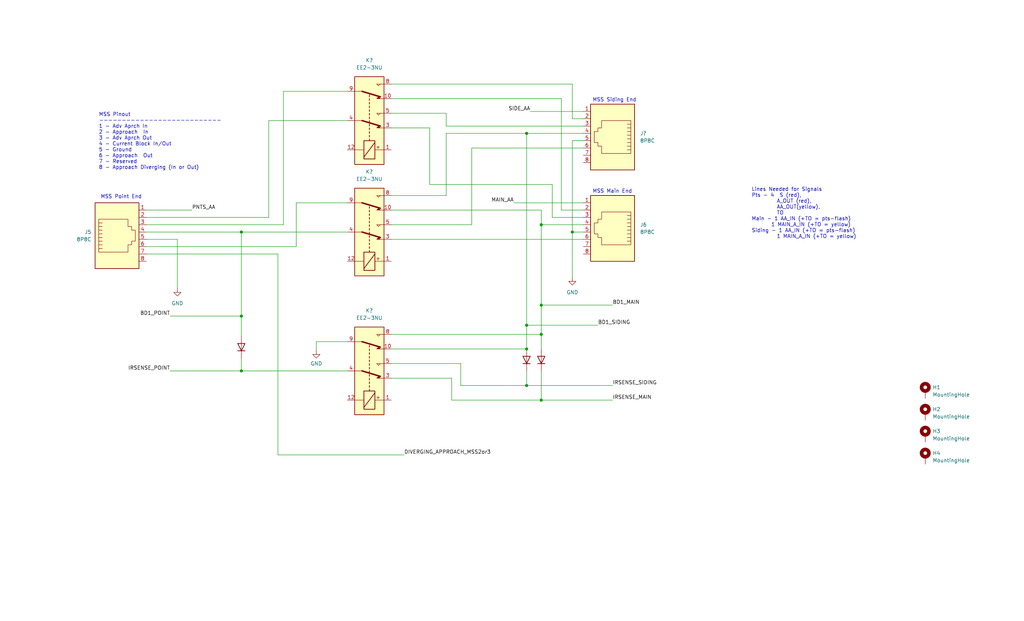
<source format=kicad_sch>
(kicad_sch (version 20211123) (generator eeschema)
  (paper "USLegal")
  (title_block (title "MSS Cascade Basic v1.0") (company "Iowa Scaled Engineering"))
  (lib_symbols
    (symbol "Connector:8P8C" (pin_names (offset 1.016))
      (property "Reference" "J" (at -5.08 13.97 0))
      (property "Value" "8P8C" (at 2.54 13.97 0))
      (symbol "8P8C_0_1"
        (polyline (pts (xy -5.08 4.445) (xy -6.35 4.445)))
        (polyline (pts (xy -5.08 5.715) (xy -6.35 5.715)))
        (polyline (pts (xy -6.35 -3.175) (xy -5.08 -3.175) (xy -5.08 -3.175)))
        (polyline (pts (xy -6.35 -1.905) (xy -5.08 -1.905) (xy -5.08 -1.905)))
        (polyline (pts (xy -6.35 -0.635) (xy -5.08 -0.635) (xy -5.08 -0.635)))
        (polyline (pts (xy -6.35 0.635) (xy -5.08 0.635) (xy -5.08 0.635)))
        (polyline (pts (xy -6.35 1.905) (xy -5.08 1.905) (xy -5.08 1.905)))
        (polyline (pts (xy -5.08 3.175) (xy -6.35 3.175) (xy -6.35 3.175)))
        (polyline (pts (xy -6.35 -4.445) (xy -6.35 6.985) (xy 3.81 6.985) (xy 3.81 4.445) (xy 5.08 4.445) (xy 5.08 3.175) (xy 6.35 3.175) (xy 6.35 -0.635) (xy 5.08 -0.635) (xy 5.08 -1.905) (xy 3.81 -1.905) (xy 3.81 -4.445) (xy -6.35 -4.445) (xy -6.35 -4.445)))
        (rectangle (start 7.62 12.7) (end -7.62 -10.16) (stroke (width 0.254)) (fill (type background)))
      )
      (symbol "8P8C_1_1"
        (pin passive line (at 10.16 -7.62 180) (length 2.54) (name "~") (number "1"))
        (pin passive line (at 10.16 -5.08 180) (length 2.54) (name "~") (number "2"))
        (pin passive line (at 10.16 -2.54 180) (length 2.54) (name "~") (number "3"))
        (pin passive line (at 10.16 0 180) (length 2.54) (name "~") (number "4"))
        (pin passive line (at 10.16 2.54 180) (length 2.54) (name "~") (number "5"))
        (pin passive line (at 10.16 5.08 180) (length 2.54) (name "~") (number "6"))
        (pin passive line (at 10.16 7.62 180) (length 2.54) (name "~") (number "7"))
        (pin passive line (at 10.16 10.16 180) (length 2.54) (name "~") (number "8"))
      )
    )
    (symbol "Diode:1N4001" (pin_numbers hide) (pin_names hide)
      (property "Reference" "D" (at 0 2.54 0))
      (property "Value" "1N4001" (at 0 -2.54 0))
      (symbol "1N4001_0_1"
        (polyline (pts (xy -1.27 1.27) (xy -1.27 -1.27)) (stroke (width 0.254)))
        (polyline (pts (xy 1.27 0) (xy -1.27 0)))
        (polyline (pts (xy 1.27 1.27) (xy 1.27 -1.27) (xy -1.27 0) (xy 1.27 1.27)) (stroke (width 0.254)))
      )
      (symbol "1N4001_1_1"
        (pin passive line (at -3.81 0 0) (length 2.54) (name "K") (number "1"))
        (pin passive line (at 3.81 0 180) (length 2.54) (name "A") (number "2"))
      )
    )
    (symbol "Mechanical:MountingHole_Pad" (pin_numbers hide) (pin_names (offset 1.016) hide)
      (property "Reference" "H" (at 0 6.35 0))
      (property "Value" "MountingHole_Pad" (at 0 4.445 0))
      (symbol "MountingHole_Pad_0_1"
        (circle (center 0 1.27) (radius 1.27) (stroke (width 1.27)))
      )
      (symbol "MountingHole_Pad_1_1"
        (pin input line (at 0 -2.54 90) (length 2.54) (name "1") (number "1"))
      )
    )
    (symbol "Relay:EE2-3NU"
      (property "Reference" "K" (at 15.24 8.89 0))
      (property "Value" "EE2-3NU" (at 19.05 6.35 0))
      (symbol "EE2-3NU_1_1"
        (rectangle (start -15.24 5.08) (end 15.24 -5.08) (stroke (width 0.254)) (fill (type background)))
        (rectangle (start -13.335 1.905) (end -6.985 -1.905) (stroke (width 0.254)))
        (polyline (pts (xy -12.7 -1.905) (xy -7.62 1.905)) (stroke (width 0.254)))
        (polyline (pts (xy -10.16 -5.08) (xy -10.16 -1.905)))
        (polyline (pts (xy -10.16 5.08) (xy -10.16 1.905)))
        (polyline (pts (xy -6.985 0) (xy -6.35 0)) (stroke (width 0.254)))
        (polyline (pts (xy -5.715 0) (xy -5.08 0)) (stroke (width 0.254)))
        (polyline (pts (xy -4.445 0) (xy -3.81 0)) (stroke (width 0.254)))
        (polyline (pts (xy -3.175 0) (xy -2.54 0)) (stroke (width 0.254)))
        (polyline (pts (xy -1.905 0) (xy -1.27 0)) (stroke (width 0.254)))
        (polyline (pts (xy -0.635 0) (xy 0 0)) (stroke (width 0.254)))
        (polyline (pts (xy 0 -2.54) (xy -1.905 3.81)) (stroke (width 0.508)))
        (polyline (pts (xy 0 -2.54) (xy 0 -5.08)))
        (polyline (pts (xy 0.635 0) (xy 1.27 0)) (stroke (width 0.254)))
        (polyline (pts (xy 1.905 0) (xy 2.54 0)) (stroke (width 0.254)))
        (polyline (pts (xy 3.175 0) (xy 3.81 0)) (stroke (width 0.254)))
        (polyline (pts (xy 4.445 0) (xy 5.08 0)) (stroke (width 0.254)))
        (polyline (pts (xy 5.715 0) (xy 6.35 0)) (stroke (width 0.254)))
        (polyline (pts (xy 6.985 0) (xy 7.62 0)) (stroke (width 0.254)))
        (polyline (pts (xy 8.255 0) (xy 8.89 0)) (stroke (width 0.254)))
        (polyline (pts (xy 10.16 -2.54) (xy 8.255 3.81)) (stroke (width 0.508)))
        (polyline (pts (xy 10.16 -2.54) (xy 10.16 -5.08)))
        (polyline (pts (xy -2.54 5.08) (xy -2.54 2.54) (xy -1.905 3.175) (xy -2.54 3.81)) (fill (type outline)))
        (polyline (pts (xy 2.54 5.08) (xy 2.54 2.54) (xy 1.905 3.175) (xy 2.54 3.81)))
        (polyline (pts (xy 7.62 5.08) (xy 7.62 2.54) (xy 8.255 3.175) (xy 7.62 3.81)) (fill (type outline)))
        (polyline (pts (xy 12.7 5.08) (xy 12.7 2.54) (xy 12.065 3.175) (xy 12.7 3.81)))
        (text "+" (at -9.271 2.921 0) (effects (font (size 1.27 1.27))))
        (pin passive line (at -10.16 7.62 270) (length 2.54) (name "~") (number "1"))
        (pin passive line (at 7.62 7.62 270) (length 2.54) (name "~") (number "10"))
        (pin passive line (at -10.16 -7.62 90) (length 2.54) (name "~") (number "12"))
        (pin passive line (at -2.54 7.62 270) (length 2.54) (name "~") (number "3"))
        (pin passive line (at 0 -7.62 90) (length 2.54) (name "~") (number "4"))
        (pin passive line (at 2.54 7.62 270) (length 2.54) (name "~") (number "5"))
        (pin passive line (at 12.7 7.62 270) (length 2.54) (name "~") (number "8"))
        (pin passive line (at 10.16 -7.62 90) (length 2.54) (name "~") (number "9"))
      )
    )
    (symbol "power:GND" (power) (pin_names (offset 0))
      (property "Value" "GND" (at 0 -3.81 0))
      (symbol "GND_0_1"
        (polyline (pts (xy 0 0) (xy 0 -1.27) (xy 1.27 -1.27) (xy 0 -2.54) (xy -1.27 -1.27) (xy 0 -1.27)))
      )
      (symbol "GND_1_1"
        (pin power_in line (at 0 0 270) (length 0) hide (name "GND") (number "1"))
      )
    )
  )
  (junction (at 182.88 133.985))
  (junction (at 198.755 80.645))
  (junction (at 187.96 106.045))
  (junction (at 83.82 128.905))
  (junction (at 83.82 109.855))
  (junction (at 187.96 116.205))
  (junction (at 182.88 46.355))
  (junction (at 187.96 78.105))
  (junction (at 187.96 139.065))
  (junction (at 83.82 80.645))
  (junction (at 182.88 113.03))
  (junction (at 182.88 121.285))
  (wire (pts (xy 135.89 73.025) (xy 187.96 73.025)))
  (wire (pts (xy 50.8 75.565) (xy 93.345 75.565)))
  (wire (pts (xy 61.595 83.185) (xy 61.595 100.33)))
  (wire (pts (xy 135.89 131.445) (xy 156.845 131.445)))
  (wire (pts (xy 50.8 85.725) (xy 102.87 85.725)))
  (wire (pts (xy 135.89 83.185) (xy 202.565 83.185)))
  (wire (pts (xy 187.96 116.205) (xy 187.96 121.285)))
  (wire (pts (xy 109.855 121.92) (xy 109.855 118.745)))
  (wire (pts (xy 198.755 80.645) (xy 198.755 96.52)))
  (wire (pts (xy 156.845 131.445) (xy 156.845 139.065)))
  (wire (pts (xy 149.225 44.45) (xy 149.225 64.135)))
  (wire (pts (xy 135.89 39.37) (xy 154.94 39.37)))
  (wire (pts (xy 135.89 34.29) (xy 194.945 34.29)))
  (wire (pts (xy 202.565 46.355) (xy 182.88 46.355)))
  (wire (pts (xy 102.87 85.725) (xy 102.87 70.485)))
  (wire (pts (xy 59.055 109.855) (xy 83.82 109.855)))
  (wire (pts (xy 187.96 78.105) (xy 202.565 78.105)))
  (wire (pts (xy 187.96 106.045) (xy 187.96 116.205)))
  (wire (pts (xy 182.88 113.03) (xy 182.88 121.285)))
  (wire (pts (xy 96.52 88.265) (xy 96.52 158.115)))
  (wire (pts (xy 187.96 73.025) (xy 187.96 78.105)))
  (wire (pts (xy 187.96 116.205) (xy 135.89 116.205)))
  (wire (pts (xy 83.82 128.905) (xy 59.055 128.905)))
  (wire (pts (xy 93.345 75.565) (xy 93.345 41.91)))
  (wire (pts (xy 184.15 38.735) (xy 202.565 38.735)))
  (wire (pts (xy 182.88 133.985) (xy 212.725 133.985)))
  (wire (pts (xy 160.02 133.985) (xy 160.02 126.365)))
  (wire (pts (xy 182.88 133.985) (xy 160.02 133.985)))
  (wire (pts (xy 187.96 78.105) (xy 187.96 106.045)))
  (wire (pts (xy 191.77 75.565) (xy 202.565 75.565)))
  (wire (pts (xy 160.02 126.365) (xy 135.89 126.365)))
  (wire (pts (xy 178.435 70.485) (xy 202.565 70.485)))
  (wire (pts (xy 194.945 34.29) (xy 194.945 73.025)))
  (wire (pts (xy 135.89 44.45) (xy 149.225 44.45)))
  (wire (pts (xy 96.52 158.115) (xy 140.335 158.115)))
  (wire (pts (xy 202.565 73.025) (xy 194.945 73.025)))
  (wire (pts (xy 93.345 41.91) (xy 120.65 41.91)))
  (wire (pts (xy 187.96 139.065) (xy 212.725 139.065)))
  (wire (pts (xy 198.755 29.21) (xy 198.755 41.275)))
  (wire (pts (xy 98.425 31.75) (xy 120.65 31.75)))
  (wire (pts (xy 98.425 78.105) (xy 98.425 31.75)))
  (wire (pts (xy 154.94 46.355) (xy 154.94 67.945)))
  (wire (pts (xy 135.89 29.21) (xy 198.755 29.21)))
  (wire (pts (xy 198.755 48.895) (xy 198.755 80.645)))
  (wire (pts (xy 83.82 128.905) (xy 120.65 128.905)))
  (wire (pts (xy 83.82 80.645) (xy 83.82 109.855)))
  (wire (pts (xy 149.225 64.135) (xy 191.77 64.135)))
  (wire (pts (xy 102.87 70.485) (xy 120.65 70.485)))
  (wire (pts (xy 163.83 78.105) (xy 135.89 78.105)))
  (wire (pts (xy 154.94 43.815) (xy 202.565 43.815)))
  (wire (pts (xy 83.82 124.46) (xy 83.82 128.905)))
  (wire (pts (xy 50.8 88.265) (xy 96.52 88.265)))
  (wire (pts (xy 50.8 73.025) (xy 66.675 73.025)))
  (wire (pts (xy 156.845 139.065) (xy 187.96 139.065)))
  (wire (pts (xy 154.94 39.37) (xy 154.94 43.815)))
  (wire (pts (xy 202.565 48.895) (xy 198.755 48.895)))
  (wire (pts (xy 163.83 51.435) (xy 163.83 78.105)))
  (wire (pts (xy 191.77 64.135) (xy 191.77 75.565)))
  (wire (pts (xy 182.88 46.355) (xy 154.94 46.355)))
  (wire (pts (xy 50.8 83.185) (xy 61.595 83.185)))
  (wire (pts (xy 154.94 67.945) (xy 135.89 67.945)))
  (wire (pts (xy 83.82 109.855) (xy 83.82 116.84)))
  (wire (pts (xy 109.855 118.745) (xy 120.65 118.745)))
  (wire (pts (xy 202.565 51.435) (xy 163.83 51.435)))
  (wire (pts (xy 182.88 121.285) (xy 135.89 121.285)))
  (wire (pts (xy 212.725 106.045) (xy 187.96 106.045)))
  (wire (pts (xy 187.96 128.905) (xy 187.96 139.065)))
  (wire (pts (xy 202.565 41.275) (xy 198.755 41.275)))
  (wire (pts (xy 83.82 80.645) (xy 120.65 80.645)))
  (wire (pts (xy 182.88 46.355) (xy 182.88 113.03)))
  (wire (pts (xy 198.755 80.645) (xy 202.565 80.645)))
  (wire (pts (xy 207.645 113.03) (xy 182.88 113.03)))
  (wire (pts (xy 182.88 128.905) (xy 182.88 133.985)))
  (wire (pts (xy 50.8 80.645) (xy 83.82 80.645)))
  (wire (pts (xy 50.8 78.105) (xy 98.425 78.105)))
  (text "MSS Main End" (at 205.74 67.31 0) (effects (font (size 1.27 1.27)) (justify left bottom)))
  (text "Lines Needed for Signals\nPts - 4  S (red), \n         A_OUT (red), \n         AA_OUT(yellow), \n         TO\nMain - 1 AA_IN (+TO = pts-flash)\n       1 MAIN_A_IN (+TO = yellow)\nSiding - 1 AA_IN (+TO = pts-flash)\n         1 MAIN_A_IN (+TO = yellow)\n\n" (at 260.985 85.09 0) (effects (font (size 1.27 1.27)) (justify left bottom)))
  (text "MSS Point End" (at 34.925 69.215 0) (effects (font (size 1.27 1.27)) (justify left bottom)))
  (text "MSS Siding End" (at 205.74 35.56 0) (effects (font (size 1.27 1.27)) (justify left bottom)))
  (text "MSS Pinout\n---------------------------\n1 - Adv Aprch In\n2 - Approach  In\n3 - Adv Aprch Out\n4 - Current Block In/Out\n5 - Ground\n6 - Approach  Out\n7 - Reserved\n8 - Approach Diverging (In or Out)\n" (at 34.29 59.055 0) (effects (font (size 1.27 1.27)) (justify left bottom)))
  (label "IRSENSE_MAIN" (at 212.725 139.065 0))
  (label "BD1_POINT" (at 59.055 109.855 180))
  (label "BD1_SIDING" (at 207.645 113.03 0))
  (label "PNTS_AA" (at 66.675 73.025 0))
  (label "DIVERGING_APPROACH_MSS2or3" (at 140.335 158.115 0))
  (label "MAIN_AA" (at 178.435 70.485 180))
  (label "IRSENSE_SIDING" (at 212.725 133.985 0))
  (label "IRSENSE_POINT" (at 59.055 128.905 180))
  (label "SIDE_AA" (at 184.15 38.735 180))
  (label "BD1_MAIN" (at 212.725 106.045 0))
  (symbol (lib_id "Relay:EE2-3NU") (at 128.27 41.91 270) (mirror x) (unit 1)
    (property "Reference" "K?" (at 128.27 20.955 90))
    (property "Value" "EE2-3NU" (at 128.27 23.495 90))
    (property "Footprint" "Relay_SMD:Relay_DPDT_Kemet_EE2_NU" (effects hide))
    (property "Datasheet" "https://content.kemet.com/datasheets/KEM_R7002_EC2_EE2.pdf" (effects hide))
  )
  (symbol (lib_id "Diode:1N4001") (at 83.82 120.65 90) (unit 1)
    (property "Reference" "D?" (effects hide))
    (property "Value" "1N4001" (effects hide))
    (property "Footprint" "Diode_THT:D_DO-41_SOD81_P10.16mm_Horizontal" (effects hide))
    (property "Datasheet" "http://www.vishay.com/docs/88503/1n4001.pdf" (effects hide))
  )
  (symbol (lib_id "power:GND") (at 198.755 96.52 0) (unit 1)
    (property "Reference" "#PWR?" (effects hide))
    (property "Value" "GND" (at 198.755 101.6 0))
  )
  (symbol (lib_id "Relay:EE2-3NU") (at 128.27 128.905 270) (mirror x) (unit 1)
    (property "Reference" "K?" (at 128.27 107.95 90))
    (property "Value" "EE2-3NU" (at 128.27 110.49 90))
    (property "Footprint" "Relay_SMD:Relay_DPDT_Kemet_EE2_NU" (effects hide))
    (property "Datasheet" "https://content.kemet.com/datasheets/KEM_R7002_EC2_EE2.pdf" (effects hide))
  )
  (symbol (lib_id "Connector:8P8C") (at 212.725 46.355 180) (unit 1)
    (property "Reference" "J?" (at 222.25 46.3549 0) (effects (justify right)))
    (property "Value" "8P8C" (at 222.25 48.8949 0) (effects (justify right)))
    (property "Footprint" "RJ45_Amphenol_54602-x08_Horizontal" (effects hide))
  )
  (symbol (lib_id "power:GND") (at 109.855 121.92 0) (unit 1)
    (property "Reference" "#PWR?" (effects hide))
    (property "Value" "GND" (at 109.855 126.365 0))
  )
  (symbol (lib_id "Connector:8P8C") (at 212.725 78.105 180) (unit 1)
    (property "Reference" "J6" (at 222.25 78.1049 0) (effects (justify right)))
    (property "Value" "8P8C" (at 222.25 80.6449 0) (effects (justify right)))
    (property "Footprint" "RJ45_Amphenol_54602-x08_Horizontal" (effects hide))
  )
  (symbol (lib_id "Diode:1N4001") (at 182.88 125.095 90) (unit 1)
    (property "Reference" "D?" (effects hide))
    (property "Value" "1N4001" (effects hide))
    (property "Footprint" "Diode_THT:D_DO-41_SOD81_P10.16mm_Horizontal" (effects hide))
    (property "Datasheet" "http://www.vishay.com/docs/88503/1n4001.pdf" (effects hide))
  )
  (symbol (lib_id "power:GND") (at 61.595 100.33 0) (unit 1)
    (property "Reference" "#PWR?" (effects hide))
    (property "Value" "GND" (at 61.595 105.41 0))
  )
  (symbol (lib_id "Mechanical:MountingHole_Pad") (at 321.31 143.51 0) (unit 1)
    (property "Reference" "H2" (at 323.85 142.2399 0) (effects (justify left)))
    (property "Value" "MountingHole" (at 323.85 144.7799 0) (effects (justify left)))
    (property "Footprint" "MountingHole:MountingHole_3.2mm_M3_Pad" (effects hide))
  )
  (symbol (lib_id "Diode:1N4001") (at 187.96 125.095 90) (unit 1)
    (property "Reference" "D?" (effects hide))
    (property "Value" "1N4001" (effects hide))
    (property "Footprint" "Diode_THT:D_DO-41_SOD81_P10.16mm_Horizontal" (effects hide))
    (property "Datasheet" "http://www.vishay.com/docs/88503/1n4001.pdf" (effects hide))
  )
  (symbol (lib_id "Mechanical:MountingHole_Pad") (at 321.31 151.13 0) (unit 1)
    (property "Reference" "H3" (at 323.85 149.8599 0) (effects (justify left)))
    (property "Value" "MountingHole" (at 323.85 152.3999 0) (effects (justify left)))
    (property "Footprint" "MountingHole:MountingHole_3.2mm_M3_Pad" (effects hide))
  )
  (symbol (lib_id "Connector:8P8C") (at 40.64 80.645 0) (mirror x) (unit 1)
    (property "Reference" "J5" (at 31.75 80.6449 0) (effects (justify right)))
    (property "Value" "8P8C" (at 31.75 83.1849 0) (effects (justify right)))
    (property "Footprint" "RJ45_Amphenol_54602-x08_Horizontal" (effects hide))
  )
  (symbol (lib_id "Mechanical:MountingHole_Pad") (at 321.31 158.75 0) (unit 1)
    (property "Reference" "H4" (at 323.85 157.4799 0) (effects (justify left)))
    (property "Value" "MountingHole" (at 323.85 160.0199 0) (effects (justify left)))
    (property "Footprint" "MountingHole:MountingHole_3.2mm_M3_Pad" (effects hide))
  )
  (symbol (lib_id "Relay:EE2-3NU") (at 128.27 80.645 270) (mirror x) (unit 1)
    (property "Reference" "K?" (at 128.27 59.69 90))
    (property "Value" "EE2-3NU" (at 128.27 62.23 90))
    (property "Footprint" "Relay_SMD:Relay_DPDT_Kemet_EE2_NU" (effects hide))
    (property "Datasheet" "https://content.kemet.com/datasheets/KEM_R7002_EC2_EE2.pdf" (effects hide))
  )
  (symbol (lib_id "Mechanical:MountingHole_Pad") (at 321.31 135.89 0) (unit 1)
    (property "Reference" "H1" (at 323.85 134.6199 0) (effects (justify left)))
    (property "Value" "MountingHole" (at 323.85 137.1599 0) (effects (justify left)))
    (property "Footprint" "MountingHole:MountingHole_3.2mm_M3_Pad" (effects hide))
  )
)
</source>
